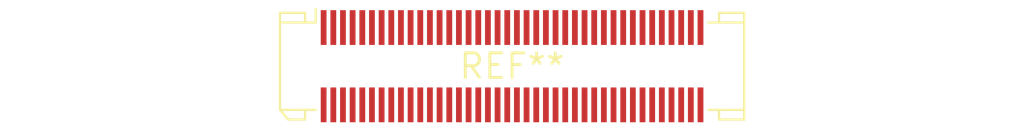
<source format=kicad_pcb>
(kicad_pcb (version 20240108) (generator pcbnew)
  (layers (0 "F.Cu" signal) (31 "B.Cu" signal) (34 "B.Paste" user) (35 "F.Paste" user) (36 "B.SilkS" user "B.Silkscreen") (37 "F.SilkS" user "F.Silkscreen") (38 "B.Mask" user) (39 "F.Mask" user) (44 "Edge.Cuts" user))
  (net 0 "")
  (footprint "Molex_SlimStack_52991-0808_2x40_P0.50mm_Vertical" (layer "F.Cu") (at 0 0)
    (property "Reference" "REF**")
    (property "Value" "Molex_SlimStack_52991-0808_2x40_P0.50mm_Vertical")
    (fp_line (start -12.01 -2.76) (end -10.71 -2.76) (layer "F.SilkS") (stroke (width 0.12)))
    (fp_line (start -12.01 -2.26) (end -12.01 -2.76) (layer "F.SilkS") (stroke (width 0.12)))
    (fp_line (start -12.01 -2.26) (end -10.16 -2.26) (layer "F.SilkS") (stroke (width 0.12)))
    (fp_line (start -12.01 2.26) (end -12.01 -2.26) (layer "F.SilkS") (stroke (width 0.12)))
    (fp_line (start -12.01 2.26) (end -11.576667 2.76) (layer "F.SilkS") (stroke (width 0.12)))
    (fp_line (start -11.576667 2.76) (end -10.71 2.76) (layer "F.SilkS") (stroke (width 0.12)))
    (fp_line (start -10.71 -2.76) (end -10.71 -2.26) (layer "F.SilkS") (stroke (width 0.12)))
    (fp_line (start -10.71 2.76) (end -10.71 2.26) (layer "F.SilkS") (stroke (width 0.12)))
    (fp_line (start -10.16 -2.26) (end -10.16 -2.95) (layer "F.SilkS") (stroke (width 0.12)))
    (fp_line (start -10.16 2.26) (end -12.01 2.26) (layer "F.SilkS") (stroke (width 0.12)))
    (fp_line (start 10.16 2.26) (end 12.01 2.26) (layer "F.SilkS") (stroke (width 0.12)))
    (fp_line (start 10.71 -2.76) (end 10.71 -2.26) (layer "F.SilkS") (stroke (width 0.12)))
    (fp_line (start 10.71 2.76) (end 10.71 2.26) (layer "F.SilkS") (stroke (width 0.12)))
    (fp_line (start 12.01 -2.76) (end 10.71 -2.76) (layer "F.SilkS") (stroke (width 0.12)))
    (fp_line (start 12.01 -2.26) (end 10.16 -2.26) (layer "F.SilkS") (stroke (width 0.12)))
    (fp_line (start 12.01 -2.26) (end 12.01 -2.76) (layer "F.SilkS") (stroke (width 0.12)))
    (fp_line (start 12.01 2.26) (end 12.01 -2.26) (layer "F.SilkS") (stroke (width 0.12)))
    (fp_line (start 12.01 2.26) (end 12.01 2.76) (layer "F.SilkS") (stroke (width 0.12)))
    (fp_line (start 12.01 2.76) (end 10.71 2.76) (layer "F.SilkS") (stroke (width 0.12)))
    (pad "1" smd rect (at -9.75 -2) (size 0.3 1.8) (layers "F.Cu" "F.Paste" "F.Mask"))
    (pad "2" smd rect (at -9.75 2) (size 0.3 1.8) (layers "F.Cu" "F.Paste" "F.Mask"))
    (pad "3" smd rect (at -9.25 -2) (size 0.3 1.8) (layers "F.Cu" "F.Paste" "F.Mask"))
    (pad "4" smd rect (at -9.25 2) (size 0.3 1.8) (layers "F.Cu" "F.Paste" "F.Mask"))
    (pad "5" smd rect (at -8.75 -2) (size 0.3 1.8) (layers "F.Cu" "F.Paste" "F.Mask"))
    (pad "6" smd rect (at -8.75 2) (size 0.3 1.8) (layers "F.Cu" "F.Paste" "F.Mask"))
    (pad "7" smd rect (at -8.25 -2) (size 0.3 1.8) (layers "F.Cu" "F.Paste" "F.Mask"))
    (pad "8" smd rect (at -8.25 2) (size 0.3 1.8) (layers "F.Cu" "F.Paste" "F.Mask"))
    (pad "9" smd rect (at -7.75 -2) (size 0.3 1.8) (layers "F.Cu" "F.Paste" "F.Mask"))
    (pad "10" smd rect (at -7.75 2) (size 0.3 1.8) (layers "F.Cu" "F.Paste" "F.Mask"))
    (pad "11" smd rect (at -7.25 -2) (size 0.3 1.8) (layers "F.Cu" "F.Paste" "F.Mask"))
    (pad "12" smd rect (at -7.25 2) (size 0.3 1.8) (layers "F.Cu" "F.Paste" "F.Mask"))
    (pad "13" smd rect (at -6.75 -2) (size 0.3 1.8) (layers "F.Cu" "F.Paste" "F.Mask"))
    (pad "14" smd rect (at -6.75 2) (size 0.3 1.8) (layers "F.Cu" "F.Paste" "F.Mask"))
    (pad "15" smd rect (at -6.25 -2) (size 0.3 1.8) (layers "F.Cu" "F.Paste" "F.Mask"))
    (pad "16" smd rect (at -6.25 2) (size 0.3 1.8) (layers "F.Cu" "F.Paste" "F.Mask"))
    (pad "17" smd rect (at -5.75 -2) (size 0.3 1.8) (layers "F.Cu" "F.Paste" "F.Mask"))
    (pad "18" smd rect (at -5.75 2) (size 0.3 1.8) (layers "F.Cu" "F.Paste" "F.Mask"))
    (pad "19" smd rect (at -5.25 -2) (size 0.3 1.8) (layers "F.Cu" "F.Paste" "F.Mask"))
    (pad "20" smd rect (at -5.25 2) (size 0.3 1.8) (layers "F.Cu" "F.Paste" "F.Mask"))
    (pad "21" smd rect (at -4.75 -2) (size 0.3 1.8) (layers "F.Cu" "F.Paste" "F.Mask"))
    (pad "22" smd rect (at -4.75 2) (size 0.3 1.8) (layers "F.Cu" "F.Paste" "F.Mask"))
    (pad "23" smd rect (at -4.25 -2) (size 0.3 1.8) (layers "F.Cu" "F.Paste" "F.Mask"))
    (pad "24" smd rect (at -4.25 2) (size 0.3 1.8) (layers "F.Cu" "F.Paste" "F.Mask"))
    (pad "25" smd rect (at -3.75 -2) (size 0.3 1.8) (layers "F.Cu" "F.Paste" "F.Mask"))
    (pad "26" smd rect (at -3.75 2) (size 0.3 1.8) (layers "F.Cu" "F.Paste" "F.Mask"))
    (pad "27" smd rect (at -3.25 -2) (size 0.3 1.8) (layers "F.Cu" "F.Paste" "F.Mask"))
    (pad "28" smd rect (at -3.25 2) (size 0.3 1.8) (layers "F.Cu" "F.Paste" "F.Mask"))
    (pad "29" smd rect (at -2.75 -2) (size 0.3 1.8) (layers "F.Cu" "F.Paste" "F.Mask"))
    (pad "30" smd rect (at -2.75 2) (size 0.3 1.8) (layers "F.Cu" "F.Paste" "F.Mask"))
    (pad "31" smd rect (at -2.25 -2) (size 0.3 1.8) (layers "F.Cu" "F.Paste" "F.Mask"))
    (pad "32" smd rect (at -2.25 2) (size 0.3 1.8) (layers "F.Cu" "F.Paste" "F.Mask"))
    (pad "33" smd rect (at -1.75 -2) (size 0.3 1.8) (layers "F.Cu" "F.Paste" "F.Mask"))
    (pad "34" smd rect (at -1.75 2) (size 0.3 1.8) (layers "F.Cu" "F.Paste" "F.Mask"))
    (pad "35" smd rect (at -1.25 -2) (size 0.3 1.8) (layers "F.Cu" "F.Paste" "F.Mask"))
    (pad "36" smd rect (at -1.25 2) (size 0.3 1.8) (layers "F.Cu" "F.Paste" "F.Mask"))
    (pad "37" smd rect (at -0.75 -2) (size 0.3 1.8) (layers "F.Cu" "F.Paste" "F.Mask"))
    (pad "38" smd rect (at -0.75 2) (size 0.3 1.8) (layers "F.Cu" "F.Paste" "F.Mask"))
    (pad "39" smd rect (at -0.25 -2) (size 0.3 1.8) (layers "F.Cu" "F.Paste" "F.Mask"))
    (pad "40" smd rect (at -0.25 2) (size 0.3 1.8) (layers "F.Cu" "F.Paste" "F.Mask"))
    (pad "41" smd rect (at 0.25 -2) (size 0.3 1.8) (layers "F.Cu" "F.Paste" "F.Mask"))
    (pad "42" smd rect (at 0.25 2) (size 0.3 1.8) (layers "F.Cu" "F.Paste" "F.Mask"))
    (pad "43" smd rect (at 0.75 -2) (size 0.3 1.8) (layers "F.Cu" "F.Paste" "F.Mask"))
    (pad "44" smd rect (at 0.75 2) (size 0.3 1.8) (layers "F.Cu" "F.Paste" "F.Mask"))
    (pad "45" smd rect (at 1.25 -2) (size 0.3 1.8) (layers "F.Cu" "F.Paste" "F.Mask"))
    (pad "46" smd rect (at 1.25 2) (size 0.3 1.8) (layers "F.Cu" "F.Paste" "F.Mask"))
    (pad "47" smd rect (at 1.75 -2) (size 0.3 1.8) (layers "F.Cu" "F.Paste" "F.Mask"))
    (pad "48" smd rect (at 1.75 2) (size 0.3 1.8) (layers "F.Cu" "F.Paste" "F.Mask"))
    (pad "49" smd rect (at 2.25 -2) (size 0.3 1.8) (layers "F.Cu" "F.Paste" "F.Mask"))
    (pad "50" smd rect (at 2.25 2) (size 0.3 1.8) (layers "F.Cu" "F.Paste" "F.Mask"))
    (pad "51" smd rect (at 2.75 -2) (size 0.3 1.8) (layers "F.Cu" "F.Paste" "F.Mask"))
    (pad "52" smd rect (at 2.75 2) (size 0.3 1.8) (layers "F.Cu" "F.Paste" "F.Mask"))
    (pad "53" smd rect (at 3.25 -2) (size 0.3 1.8) (layers "F.Cu" "F.Paste" "F.Mask"))
    (pad "54" smd rect (at 3.25 2) (size 0.3 1.8) (layers "F.Cu" "F.Paste" "F.Mask"))
    (pad "55" smd rect (at 3.75 -2) (size 0.3 1.8) (layers "F.Cu" "F.Paste" "F.Mask"))
    (pad "56" smd rect (at 3.75 2) (size 0.3 1.8) (layers "F.Cu" "F.Paste" "F.Mask"))
    (pad "57" smd rect (at 4.25 -2) (size 0.3 1.8) (layers "F.Cu" "F.Paste" "F.Mask"))
    (pad "58" smd rect (at 4.25 2) (size 0.3 1.8) (layers "F.Cu" "F.Paste" "F.Mask"))
    (pad "59" smd rect (at 4.75 -2) (size 0.3 1.8) (layers "F.Cu" "F.Paste" "F.Mask"))
    (pad "60" smd rect (at 4.75 2) (size 0.3 1.8) (layers "F.Cu" "F.Paste" "F.Mask"))
    (pad "61" smd rect (at 5.25 -2) (size 0.3 1.8) (layers "F.Cu" "F.Paste" "F.Mask"))
    (pad "62" smd rect (at 5.25 2) (size 0.3 1.8) (layers "F.Cu" "F.Paste" "F.Mask"))
    (pad "63" smd rect (at 5.75 -2) (size 0.3 1.8) (layers "F.Cu" "F.Paste" "F.Mask"))
    (pad "64" smd rect (at 5.75 2) (size 0.3 1.8) (layers "F.Cu" "F.Paste" "F.Mask"))
    (pad "65" smd rect (at 6.25 -2) (size 0.3 1.8) (layers "F.Cu" "F.Paste" "F.Mask"))
    (pad "66" smd rect (at 6.25 2) (size 0.3 1.8) (layers "F.Cu" "F.Paste" "F.Mask"))
    (pad "67" smd rect (at 6.75 -2) (size 0.3 1.8) (layers "F.Cu" "F.Paste" "F.Mask"))
    (pad "68" smd rect (at 6.75 2) (size 0.3 1.8) (layers "F.Cu" "F.Paste" "F.Mask"))
    (pad "69" smd rect (at 7.25 -2) (size 0.3 1.8) (layers "F.Cu" "F.Paste" "F.Mask"))
    (pad "70" smd rect (at 7.25 2) (size 0.3 1.8) (layers "F.Cu" "F.Paste" "F.Mask"))
    (pad "71" smd rect (at 7.75 -2) (size 0.3 1.8) (layers "F.Cu" "F.Paste" "F.Mask"))
    (pad "72" smd rect (at 7.75 2) (size 0.3 1.8) (layers "F.Cu" "F.Paste" "F.Mask"))
    (pad "73" smd rect (at 8.25 -2) (size 0.3 1.8) (layers "F.Cu" "F.Paste" "F.Mask"))
    (pad "74" smd rect (at 8.25 2) (size 0.3 1.8) (layers "F.Cu" "F.Paste" "F.Mask"))
    (pad "75" smd rect (at 8.75 -2) (size 0.3 1.8) (layers "F.Cu" "F.Paste" "F.Mask"))
    (pad "76" smd rect (at 8.75 2) (size 0.3 1.8) (layers "F.Cu" "F.Paste" "F.Mask"))
    (pad "77" smd rect (at 9.25 -2) (size 0.3 1.8) (layers "F.Cu" "F.Paste" "F.Mask"))
    (pad "78" smd rect (at 9.25 2) (size 0.3 1.8) (layers "F.Cu" "F.Paste" "F.Mask"))
    (pad "79" smd rect (at 9.75 -2) (size 0.3 1.8) (layers "F.Cu" "F.Paste" "F.Mask"))
    (pad "80" smd rect (at 9.75 2) (size 0.3 1.8) (layers "F.Cu" "F.Paste" "F.Mask"))
  )
)
</source>
